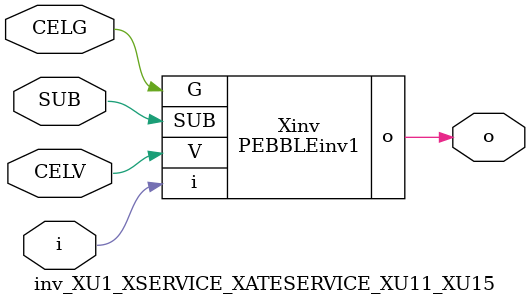
<source format=v>



module PEBBLEinv1 ( o, G, SUB, V, i );

  input V;
  input i;
  input G;
  output o;
  input SUB;
endmodule

//Celera Confidential Do Not Copy inv_XU1_XSERVICE_XATESERVICE_XU11_XU15
//Celera Confidential Symbol Generator
//5V Inverter
module inv_XU1_XSERVICE_XATESERVICE_XU11_XU15 (CELV,CELG,i,o,SUB);
input CELV;
input CELG;
input i;
input SUB;
output o;

//Celera Confidential Do Not Copy inv
PEBBLEinv1 Xinv(
.V (CELV),
.i (i),
.o (o),
.SUB (SUB),
.G (CELG)
);
//,diesize,PEBBLEinv1

//Celera Confidential Do Not Copy Module End
//Celera Schematic Generator
endmodule

</source>
